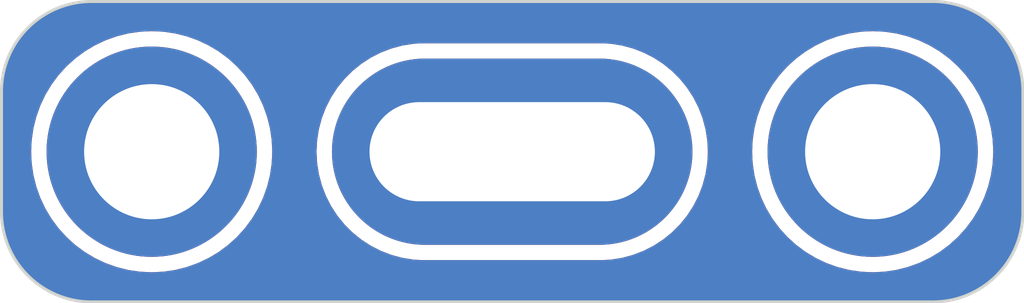
<source format=kicad_pcb>
(kicad_pcb (version 20221018) (generator pcbnew)
  (title_block (title "USB Type-C Einbaurahmen") (date "2024-01-15") (rev "1.2") (comment 1 "André Fiedler <mail@andrefiedler.de>") (comment 2 "CC-BY-NC-SA 3.0"))
  (layers (0 "F.Cu" signal) (31 "B.Cu" signal) (34 "B.Paste" user) (35 "F.Paste" user) (36 "B.SilkS" user "B.Silkscreen") (37 "F.SilkS" user "F.Silkscreen") (38 "B.Mask" user) (39 "F.Mask" user) (44 "Edge.Cuts" user))
  (net 0 "")
  (footprint "Andre:Hot Melt M3 Mounting Hole" (layer "F.Cu") (at 88.75 56.75)
    (fp_text reference "REF**" hide)
    (fp_text value "Hot Melt M3 Mounting Hole" hide)
    (pad "1" thru_hole circle (at 0 0) (size 7 7) (drill 4.5) (property pad_prop_castellated) (layers "*.Cu" "*.Mask") (thermal_bridge_width 0.2) (thermal_gap 0.2))
  )
  (footprint "Andre:USB Type-C Mounting Hole" (layer "F.Cu") (at 100.75 56.75)
    (fp_text reference "REF**" hide)
    (fp_text value "USB Type-C Mounting Hole" hide)
    (pad "1" thru_hole oval (at 0 0) (size 12 6.2) (drill oval 9.5 3.3) (property pad_prop_castellated) (layers "*.Cu" "*.Mask") (thermal_bridge_width 0.2) (thermal_gap 0.2))
  )
  (footprint "Andre:Hot Melt M3 Mounting Hole" (layer "F.Cu") (at 112.75 56.75)
    (fp_text reference "REF**" hide)
    (fp_text value "Hot Melt M3 Mounting Hole" hide)
    (pad "1" thru_hole circle (at 0 0) (size 7 7) (drill 4.5) (property pad_prop_castellated) (layers "*.Cu" "*.Mask") (thermal_bridge_width 0.2) (thermal_gap 0.2))
  )
  (gr_line (start 114.75 51.75) (end 86.75 51.75) (stroke (width 0.1)) (layer "Edge.Cuts"))
  (gr_arc (start 114.75 51.75) (mid 116.87132 52.62868) (end 117.75 54.75) (stroke (width 0.1)) (layer "Edge.Cuts"))
  (gr_line (start 83.75 54.75) (end 83.75 58.75) (stroke (width 0.1)) (layer "Edge.Cuts"))
  (gr_line (start 86.75 61.75) (end 114.75 61.75) (stroke (width 0.1)) (layer "Edge.Cuts"))
  (gr_arc (start 117.75 58.75) (mid 116.87132 60.87132) (end 114.75 61.75) (stroke (width 0.1)) (layer "Edge.Cuts"))
  (gr_arc (start 86.75 61.75) (mid 84.62868 60.87132) (end 83.75 58.75) (stroke (width 0.1)) (layer "Edge.Cuts"))
  (gr_line (start 117.75 54.75) (end 117.75 58.75) (stroke (width 0.1)) (layer "Edge.Cuts"))
  (gr_arc (start 83.75 54.75) (mid 84.62868 52.62868) (end 86.75 51.75) (stroke (width 0.1)) (layer "Edge.Cuts"))
  (zone (net 0) (net_name "") (layer "F.Cu") (connect_pads (clearance 0.508)) (min_thickness 0.254) (fill yes (thermal_gap 0.508) (thermal_bridge_width 0.508))
    (polygon (pts (xy 117.75 61.75) (xy 83.75 61.75) (xy 83.75 51.75) (xy 117.75 51.75)))
  )
  (zone (net 0) (net_name "") (layer "B.Cu") (connect_pads (clearance 0.508)) (min_thickness 0.254) (fill yes (thermal_gap 0.508) (thermal_bridge_width 0.508))
    (polygon (pts (xy 117.75 61.75) (xy 83.75 61.75) (xy 83.75 51.75) (xy 117.75 51.75)))
  )
)
</source>
